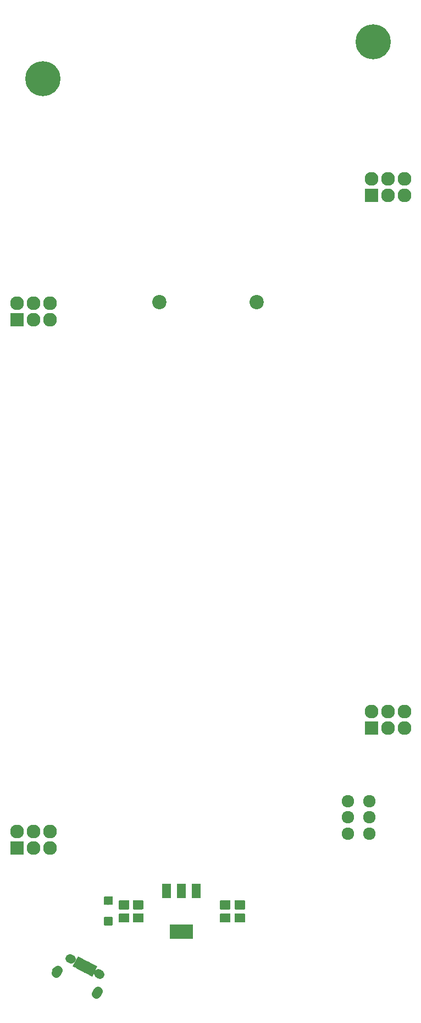
<source format=gbr>
G04 #@! TF.GenerationSoftware,KiCad,Pcbnew,(5.0.0-3-g5ebb6b6)*
G04 #@! TF.CreationDate,2019-05-30T13:54:23-04:00*
G04 #@! TF.ProjectId,HTHBadgeFinal,485448426164676546696E616C2E6B69,rev?*
G04 #@! TF.SameCoordinates,Original*
G04 #@! TF.FileFunction,Soldermask,Bot*
G04 #@! TF.FilePolarity,Negative*
%FSLAX46Y46*%
G04 Gerber Fmt 4.6, Leading zero omitted, Abs format (unit mm)*
G04 Created by KiCad (PCBNEW (5.0.0-3-g5ebb6b6)) date Thursday, May 30, 2019 at 01:54:23 PM*
%MOMM*%
%LPD*%
G01*
G04 APERTURE LIST*
%ADD10C,2.127200*%
%ADD11O,2.127200X2.127200*%
%ADD12R,2.127200X2.127200*%
%ADD13C,0.100000*%
%ADD14C,1.300000*%
%ADD15C,1.400000*%
%ADD16C,1.924000*%
%ADD17C,2.200000*%
%ADD18R,1.360000X2.160000*%
%ADD19R,3.660000X2.160000*%
%ADD20C,0.800000*%
%ADD21C,1.350000*%
%ADD22C,1.350000*%
%ADD23C,1.400000*%
%ADD24C,5.400000*%
G04 APERTURE END LIST*
D10*
G04 #@! TO.C,X3*
X166100000Y-53550000D03*
X166100000Y-56090000D03*
D11*
X163560000Y-53550000D03*
X163560000Y-56090000D03*
X161020000Y-53550000D03*
D12*
X161020000Y-56090000D03*
G04 #@! TD*
D10*
G04 #@! TO.C,X2*
X111500000Y-72650000D03*
X111500000Y-75190000D03*
D11*
X108960000Y-72650000D03*
X108960000Y-75190000D03*
X106420000Y-72650000D03*
D12*
X106420000Y-75190000D03*
G04 #@! TD*
D10*
G04 #@! TO.C,X4*
X166100000Y-135500000D03*
X166100000Y-138040000D03*
D11*
X163560000Y-135500000D03*
X163560000Y-138040000D03*
X161020000Y-135500000D03*
D12*
X161020000Y-138040000D03*
G04 #@! TD*
D10*
G04 #@! TO.C,X1*
X111500000Y-154000000D03*
X111500000Y-156540000D03*
D11*
X108960000Y-154000000D03*
X108960000Y-156540000D03*
X106420000Y-154000000D03*
D12*
X106420000Y-156540000D03*
G04 #@! TD*
D13*
G04 #@! TO.C,D1*
G36*
X121057742Y-163950626D02*
X121070362Y-163952498D01*
X121082737Y-163955598D01*
X121094749Y-163959896D01*
X121106282Y-163965350D01*
X121117224Y-163971909D01*
X121127471Y-163979509D01*
X121136924Y-163988076D01*
X121145491Y-163997529D01*
X121153091Y-164007776D01*
X121159650Y-164018718D01*
X121165104Y-164030251D01*
X121169402Y-164042263D01*
X121172502Y-164054638D01*
X121174374Y-164067258D01*
X121175000Y-164080000D01*
X121175000Y-165120000D01*
X121174374Y-165132742D01*
X121172502Y-165145362D01*
X121169402Y-165157737D01*
X121165104Y-165169749D01*
X121159650Y-165181282D01*
X121153091Y-165192224D01*
X121145491Y-165202471D01*
X121136924Y-165211924D01*
X121127471Y-165220491D01*
X121117224Y-165228091D01*
X121106282Y-165234650D01*
X121094749Y-165240104D01*
X121082737Y-165244402D01*
X121070362Y-165247502D01*
X121057742Y-165249374D01*
X121045000Y-165250000D01*
X119955000Y-165250000D01*
X119942258Y-165249374D01*
X119929638Y-165247502D01*
X119917263Y-165244402D01*
X119905251Y-165240104D01*
X119893718Y-165234650D01*
X119882776Y-165228091D01*
X119872529Y-165220491D01*
X119863076Y-165211924D01*
X119854509Y-165202471D01*
X119846909Y-165192224D01*
X119840350Y-165181282D01*
X119834896Y-165169749D01*
X119830598Y-165157737D01*
X119827498Y-165145362D01*
X119825626Y-165132742D01*
X119825000Y-165120000D01*
X119825000Y-164080000D01*
X119825626Y-164067258D01*
X119827498Y-164054638D01*
X119830598Y-164042263D01*
X119834896Y-164030251D01*
X119840350Y-164018718D01*
X119846909Y-164007776D01*
X119854509Y-163997529D01*
X119863076Y-163988076D01*
X119872529Y-163979509D01*
X119882776Y-163971909D01*
X119893718Y-163965350D01*
X119905251Y-163959896D01*
X119917263Y-163955598D01*
X119929638Y-163952498D01*
X119942258Y-163950626D01*
X119955000Y-163950000D01*
X121045000Y-163950000D01*
X121057742Y-163950626D01*
X121057742Y-163950626D01*
G37*
D14*
X120500000Y-164600000D03*
D13*
G36*
X121057742Y-167100626D02*
X121070362Y-167102498D01*
X121082737Y-167105598D01*
X121094749Y-167109896D01*
X121106282Y-167115350D01*
X121117224Y-167121909D01*
X121127471Y-167129509D01*
X121136924Y-167138076D01*
X121145491Y-167147529D01*
X121153091Y-167157776D01*
X121159650Y-167168718D01*
X121165104Y-167180251D01*
X121169402Y-167192263D01*
X121172502Y-167204638D01*
X121174374Y-167217258D01*
X121175000Y-167230000D01*
X121175000Y-168270000D01*
X121174374Y-168282742D01*
X121172502Y-168295362D01*
X121169402Y-168307737D01*
X121165104Y-168319749D01*
X121159650Y-168331282D01*
X121153091Y-168342224D01*
X121145491Y-168352471D01*
X121136924Y-168361924D01*
X121127471Y-168370491D01*
X121117224Y-168378091D01*
X121106282Y-168384650D01*
X121094749Y-168390104D01*
X121082737Y-168394402D01*
X121070362Y-168397502D01*
X121057742Y-168399374D01*
X121045000Y-168400000D01*
X119955000Y-168400000D01*
X119942258Y-168399374D01*
X119929638Y-168397502D01*
X119917263Y-168394402D01*
X119905251Y-168390104D01*
X119893718Y-168384650D01*
X119882776Y-168378091D01*
X119872529Y-168370491D01*
X119863076Y-168361924D01*
X119854509Y-168352471D01*
X119846909Y-168342224D01*
X119840350Y-168331282D01*
X119834896Y-168319749D01*
X119830598Y-168307737D01*
X119827498Y-168295362D01*
X119825626Y-168282742D01*
X119825000Y-168270000D01*
X119825000Y-167230000D01*
X119825626Y-167217258D01*
X119827498Y-167204638D01*
X119830598Y-167192263D01*
X119834896Y-167180251D01*
X119840350Y-167168718D01*
X119846909Y-167157776D01*
X119854509Y-167147529D01*
X119863076Y-167138076D01*
X119872529Y-167129509D01*
X119882776Y-167121909D01*
X119893718Y-167115350D01*
X119905251Y-167109896D01*
X119917263Y-167105598D01*
X119929638Y-167102498D01*
X119942258Y-167100626D01*
X119955000Y-167100000D01*
X121045000Y-167100000D01*
X121057742Y-167100626D01*
X121057742Y-167100626D01*
G37*
D14*
X120500000Y-167750000D03*
G04 #@! TD*
D13*
G04 #@! TO.C,C4*
G36*
X141423722Y-166550674D02*
X141437313Y-166552690D01*
X141450640Y-166556028D01*
X141463576Y-166560657D01*
X141475996Y-166566531D01*
X141487780Y-166573594D01*
X141498815Y-166581779D01*
X141508995Y-166591005D01*
X141518221Y-166601185D01*
X141526406Y-166612220D01*
X141533469Y-166624004D01*
X141539343Y-166636424D01*
X141543972Y-166649360D01*
X141547310Y-166662687D01*
X141549326Y-166676278D01*
X141550000Y-166690000D01*
X141550000Y-167810000D01*
X141549326Y-167823722D01*
X141547310Y-167837313D01*
X141543972Y-167850640D01*
X141539343Y-167863576D01*
X141533469Y-167875996D01*
X141526406Y-167887780D01*
X141518221Y-167898815D01*
X141508995Y-167908995D01*
X141498815Y-167918221D01*
X141487780Y-167926406D01*
X141475996Y-167933469D01*
X141463576Y-167939343D01*
X141450640Y-167943972D01*
X141437313Y-167947310D01*
X141423722Y-167949326D01*
X141410000Y-167950000D01*
X140090000Y-167950000D01*
X140076278Y-167949326D01*
X140062687Y-167947310D01*
X140049360Y-167943972D01*
X140036424Y-167939343D01*
X140024004Y-167933469D01*
X140012220Y-167926406D01*
X140001185Y-167918221D01*
X139991005Y-167908995D01*
X139981779Y-167898815D01*
X139973594Y-167887780D01*
X139966531Y-167875996D01*
X139960657Y-167863576D01*
X139956028Y-167850640D01*
X139952690Y-167837313D01*
X139950674Y-167823722D01*
X139950000Y-167810000D01*
X139950000Y-166690000D01*
X139950674Y-166676278D01*
X139952690Y-166662687D01*
X139956028Y-166649360D01*
X139960657Y-166636424D01*
X139966531Y-166624004D01*
X139973594Y-166612220D01*
X139981779Y-166601185D01*
X139991005Y-166591005D01*
X140001185Y-166581779D01*
X140012220Y-166573594D01*
X140024004Y-166566531D01*
X140036424Y-166560657D01*
X140049360Y-166556028D01*
X140062687Y-166552690D01*
X140076278Y-166550674D01*
X140090000Y-166550000D01*
X141410000Y-166550000D01*
X141423722Y-166550674D01*
X141423722Y-166550674D01*
G37*
D15*
X140750000Y-167250000D03*
D13*
G36*
X141423722Y-164550674D02*
X141437313Y-164552690D01*
X141450640Y-164556028D01*
X141463576Y-164560657D01*
X141475996Y-164566531D01*
X141487780Y-164573594D01*
X141498815Y-164581779D01*
X141508995Y-164591005D01*
X141518221Y-164601185D01*
X141526406Y-164612220D01*
X141533469Y-164624004D01*
X141539343Y-164636424D01*
X141543972Y-164649360D01*
X141547310Y-164662687D01*
X141549326Y-164676278D01*
X141550000Y-164690000D01*
X141550000Y-165810000D01*
X141549326Y-165823722D01*
X141547310Y-165837313D01*
X141543972Y-165850640D01*
X141539343Y-165863576D01*
X141533469Y-165875996D01*
X141526406Y-165887780D01*
X141518221Y-165898815D01*
X141508995Y-165908995D01*
X141498815Y-165918221D01*
X141487780Y-165926406D01*
X141475996Y-165933469D01*
X141463576Y-165939343D01*
X141450640Y-165943972D01*
X141437313Y-165947310D01*
X141423722Y-165949326D01*
X141410000Y-165950000D01*
X140090000Y-165950000D01*
X140076278Y-165949326D01*
X140062687Y-165947310D01*
X140049360Y-165943972D01*
X140036424Y-165939343D01*
X140024004Y-165933469D01*
X140012220Y-165926406D01*
X140001185Y-165918221D01*
X139991005Y-165908995D01*
X139981779Y-165898815D01*
X139973594Y-165887780D01*
X139966531Y-165875996D01*
X139960657Y-165863576D01*
X139956028Y-165850640D01*
X139952690Y-165837313D01*
X139950674Y-165823722D01*
X139950000Y-165810000D01*
X139950000Y-164690000D01*
X139950674Y-164676278D01*
X139952690Y-164662687D01*
X139956028Y-164649360D01*
X139960657Y-164636424D01*
X139966531Y-164624004D01*
X139973594Y-164612220D01*
X139981779Y-164601185D01*
X139991005Y-164591005D01*
X140001185Y-164581779D01*
X140012220Y-164573594D01*
X140024004Y-164566531D01*
X140036424Y-164560657D01*
X140049360Y-164556028D01*
X140062687Y-164552690D01*
X140076278Y-164550674D01*
X140090000Y-164550000D01*
X141410000Y-164550000D01*
X141423722Y-164550674D01*
X141423722Y-164550674D01*
G37*
D15*
X140750000Y-165250000D03*
G04 #@! TD*
D13*
G04 #@! TO.C,C3*
G36*
X139173722Y-164550674D02*
X139187313Y-164552690D01*
X139200640Y-164556028D01*
X139213576Y-164560657D01*
X139225996Y-164566531D01*
X139237780Y-164573594D01*
X139248815Y-164581779D01*
X139258995Y-164591005D01*
X139268221Y-164601185D01*
X139276406Y-164612220D01*
X139283469Y-164624004D01*
X139289343Y-164636424D01*
X139293972Y-164649360D01*
X139297310Y-164662687D01*
X139299326Y-164676278D01*
X139300000Y-164690000D01*
X139300000Y-165810000D01*
X139299326Y-165823722D01*
X139297310Y-165837313D01*
X139293972Y-165850640D01*
X139289343Y-165863576D01*
X139283469Y-165875996D01*
X139276406Y-165887780D01*
X139268221Y-165898815D01*
X139258995Y-165908995D01*
X139248815Y-165918221D01*
X139237780Y-165926406D01*
X139225996Y-165933469D01*
X139213576Y-165939343D01*
X139200640Y-165943972D01*
X139187313Y-165947310D01*
X139173722Y-165949326D01*
X139160000Y-165950000D01*
X137840000Y-165950000D01*
X137826278Y-165949326D01*
X137812687Y-165947310D01*
X137799360Y-165943972D01*
X137786424Y-165939343D01*
X137774004Y-165933469D01*
X137762220Y-165926406D01*
X137751185Y-165918221D01*
X137741005Y-165908995D01*
X137731779Y-165898815D01*
X137723594Y-165887780D01*
X137716531Y-165875996D01*
X137710657Y-165863576D01*
X137706028Y-165850640D01*
X137702690Y-165837313D01*
X137700674Y-165823722D01*
X137700000Y-165810000D01*
X137700000Y-164690000D01*
X137700674Y-164676278D01*
X137702690Y-164662687D01*
X137706028Y-164649360D01*
X137710657Y-164636424D01*
X137716531Y-164624004D01*
X137723594Y-164612220D01*
X137731779Y-164601185D01*
X137741005Y-164591005D01*
X137751185Y-164581779D01*
X137762220Y-164573594D01*
X137774004Y-164566531D01*
X137786424Y-164560657D01*
X137799360Y-164556028D01*
X137812687Y-164552690D01*
X137826278Y-164550674D01*
X137840000Y-164550000D01*
X139160000Y-164550000D01*
X139173722Y-164550674D01*
X139173722Y-164550674D01*
G37*
D15*
X138500000Y-165250000D03*
D13*
G36*
X139173722Y-166550674D02*
X139187313Y-166552690D01*
X139200640Y-166556028D01*
X139213576Y-166560657D01*
X139225996Y-166566531D01*
X139237780Y-166573594D01*
X139248815Y-166581779D01*
X139258995Y-166591005D01*
X139268221Y-166601185D01*
X139276406Y-166612220D01*
X139283469Y-166624004D01*
X139289343Y-166636424D01*
X139293972Y-166649360D01*
X139297310Y-166662687D01*
X139299326Y-166676278D01*
X139300000Y-166690000D01*
X139300000Y-167810000D01*
X139299326Y-167823722D01*
X139297310Y-167837313D01*
X139293972Y-167850640D01*
X139289343Y-167863576D01*
X139283469Y-167875996D01*
X139276406Y-167887780D01*
X139268221Y-167898815D01*
X139258995Y-167908995D01*
X139248815Y-167918221D01*
X139237780Y-167926406D01*
X139225996Y-167933469D01*
X139213576Y-167939343D01*
X139200640Y-167943972D01*
X139187313Y-167947310D01*
X139173722Y-167949326D01*
X139160000Y-167950000D01*
X137840000Y-167950000D01*
X137826278Y-167949326D01*
X137812687Y-167947310D01*
X137799360Y-167943972D01*
X137786424Y-167939343D01*
X137774004Y-167933469D01*
X137762220Y-167926406D01*
X137751185Y-167918221D01*
X137741005Y-167908995D01*
X137731779Y-167898815D01*
X137723594Y-167887780D01*
X137716531Y-167875996D01*
X137710657Y-167863576D01*
X137706028Y-167850640D01*
X137702690Y-167837313D01*
X137700674Y-167823722D01*
X137700000Y-167810000D01*
X137700000Y-166690000D01*
X137700674Y-166676278D01*
X137702690Y-166662687D01*
X137706028Y-166649360D01*
X137710657Y-166636424D01*
X137716531Y-166624004D01*
X137723594Y-166612220D01*
X137731779Y-166601185D01*
X137741005Y-166591005D01*
X137751185Y-166581779D01*
X137762220Y-166573594D01*
X137774004Y-166566531D01*
X137786424Y-166560657D01*
X137799360Y-166556028D01*
X137812687Y-166552690D01*
X137826278Y-166550674D01*
X137840000Y-166550000D01*
X139160000Y-166550000D01*
X139173722Y-166550674D01*
X139173722Y-166550674D01*
G37*
D15*
X138500000Y-167250000D03*
G04 #@! TD*
D13*
G04 #@! TO.C,C2*
G36*
X125773722Y-166540674D02*
X125787313Y-166542690D01*
X125800640Y-166546028D01*
X125813576Y-166550657D01*
X125825996Y-166556531D01*
X125837780Y-166563594D01*
X125848815Y-166571779D01*
X125858995Y-166581005D01*
X125868221Y-166591185D01*
X125876406Y-166602220D01*
X125883469Y-166614004D01*
X125889343Y-166626424D01*
X125893972Y-166639360D01*
X125897310Y-166652687D01*
X125899326Y-166666278D01*
X125900000Y-166680000D01*
X125900000Y-167800000D01*
X125899326Y-167813722D01*
X125897310Y-167827313D01*
X125893972Y-167840640D01*
X125889343Y-167853576D01*
X125883469Y-167865996D01*
X125876406Y-167877780D01*
X125868221Y-167888815D01*
X125858995Y-167898995D01*
X125848815Y-167908221D01*
X125837780Y-167916406D01*
X125825996Y-167923469D01*
X125813576Y-167929343D01*
X125800640Y-167933972D01*
X125787313Y-167937310D01*
X125773722Y-167939326D01*
X125760000Y-167940000D01*
X124440000Y-167940000D01*
X124426278Y-167939326D01*
X124412687Y-167937310D01*
X124399360Y-167933972D01*
X124386424Y-167929343D01*
X124374004Y-167923469D01*
X124362220Y-167916406D01*
X124351185Y-167908221D01*
X124341005Y-167898995D01*
X124331779Y-167888815D01*
X124323594Y-167877780D01*
X124316531Y-167865996D01*
X124310657Y-167853576D01*
X124306028Y-167840640D01*
X124302690Y-167827313D01*
X124300674Y-167813722D01*
X124300000Y-167800000D01*
X124300000Y-166680000D01*
X124300674Y-166666278D01*
X124302690Y-166652687D01*
X124306028Y-166639360D01*
X124310657Y-166626424D01*
X124316531Y-166614004D01*
X124323594Y-166602220D01*
X124331779Y-166591185D01*
X124341005Y-166581005D01*
X124351185Y-166571779D01*
X124362220Y-166563594D01*
X124374004Y-166556531D01*
X124386424Y-166550657D01*
X124399360Y-166546028D01*
X124412687Y-166542690D01*
X124426278Y-166540674D01*
X124440000Y-166540000D01*
X125760000Y-166540000D01*
X125773722Y-166540674D01*
X125773722Y-166540674D01*
G37*
D15*
X125100000Y-167240000D03*
D13*
G36*
X125773722Y-164540674D02*
X125787313Y-164542690D01*
X125800640Y-164546028D01*
X125813576Y-164550657D01*
X125825996Y-164556531D01*
X125837780Y-164563594D01*
X125848815Y-164571779D01*
X125858995Y-164581005D01*
X125868221Y-164591185D01*
X125876406Y-164602220D01*
X125883469Y-164614004D01*
X125889343Y-164626424D01*
X125893972Y-164639360D01*
X125897310Y-164652687D01*
X125899326Y-164666278D01*
X125900000Y-164680000D01*
X125900000Y-165800000D01*
X125899326Y-165813722D01*
X125897310Y-165827313D01*
X125893972Y-165840640D01*
X125889343Y-165853576D01*
X125883469Y-165865996D01*
X125876406Y-165877780D01*
X125868221Y-165888815D01*
X125858995Y-165898995D01*
X125848815Y-165908221D01*
X125837780Y-165916406D01*
X125825996Y-165923469D01*
X125813576Y-165929343D01*
X125800640Y-165933972D01*
X125787313Y-165937310D01*
X125773722Y-165939326D01*
X125760000Y-165940000D01*
X124440000Y-165940000D01*
X124426278Y-165939326D01*
X124412687Y-165937310D01*
X124399360Y-165933972D01*
X124386424Y-165929343D01*
X124374004Y-165923469D01*
X124362220Y-165916406D01*
X124351185Y-165908221D01*
X124341005Y-165898995D01*
X124331779Y-165888815D01*
X124323594Y-165877780D01*
X124316531Y-165865996D01*
X124310657Y-165853576D01*
X124306028Y-165840640D01*
X124302690Y-165827313D01*
X124300674Y-165813722D01*
X124300000Y-165800000D01*
X124300000Y-164680000D01*
X124300674Y-164666278D01*
X124302690Y-164652687D01*
X124306028Y-164639360D01*
X124310657Y-164626424D01*
X124316531Y-164614004D01*
X124323594Y-164602220D01*
X124331779Y-164591185D01*
X124341005Y-164581005D01*
X124351185Y-164571779D01*
X124362220Y-164563594D01*
X124374004Y-164556531D01*
X124386424Y-164550657D01*
X124399360Y-164546028D01*
X124412687Y-164542690D01*
X124426278Y-164540674D01*
X124440000Y-164540000D01*
X125760000Y-164540000D01*
X125773722Y-164540674D01*
X125773722Y-164540674D01*
G37*
D15*
X125100000Y-165240000D03*
G04 #@! TD*
D13*
G04 #@! TO.C,C1*
G36*
X123593722Y-164550674D02*
X123607313Y-164552690D01*
X123620640Y-164556028D01*
X123633576Y-164560657D01*
X123645996Y-164566531D01*
X123657780Y-164573594D01*
X123668815Y-164581779D01*
X123678995Y-164591005D01*
X123688221Y-164601185D01*
X123696406Y-164612220D01*
X123703469Y-164624004D01*
X123709343Y-164636424D01*
X123713972Y-164649360D01*
X123717310Y-164662687D01*
X123719326Y-164676278D01*
X123720000Y-164690000D01*
X123720000Y-165810000D01*
X123719326Y-165823722D01*
X123717310Y-165837313D01*
X123713972Y-165850640D01*
X123709343Y-165863576D01*
X123703469Y-165875996D01*
X123696406Y-165887780D01*
X123688221Y-165898815D01*
X123678995Y-165908995D01*
X123668815Y-165918221D01*
X123657780Y-165926406D01*
X123645996Y-165933469D01*
X123633576Y-165939343D01*
X123620640Y-165943972D01*
X123607313Y-165947310D01*
X123593722Y-165949326D01*
X123580000Y-165950000D01*
X122260000Y-165950000D01*
X122246278Y-165949326D01*
X122232687Y-165947310D01*
X122219360Y-165943972D01*
X122206424Y-165939343D01*
X122194004Y-165933469D01*
X122182220Y-165926406D01*
X122171185Y-165918221D01*
X122161005Y-165908995D01*
X122151779Y-165898815D01*
X122143594Y-165887780D01*
X122136531Y-165875996D01*
X122130657Y-165863576D01*
X122126028Y-165850640D01*
X122122690Y-165837313D01*
X122120674Y-165823722D01*
X122120000Y-165810000D01*
X122120000Y-164690000D01*
X122120674Y-164676278D01*
X122122690Y-164662687D01*
X122126028Y-164649360D01*
X122130657Y-164636424D01*
X122136531Y-164624004D01*
X122143594Y-164612220D01*
X122151779Y-164601185D01*
X122161005Y-164591005D01*
X122171185Y-164581779D01*
X122182220Y-164573594D01*
X122194004Y-164566531D01*
X122206424Y-164560657D01*
X122219360Y-164556028D01*
X122232687Y-164552690D01*
X122246278Y-164550674D01*
X122260000Y-164550000D01*
X123580000Y-164550000D01*
X123593722Y-164550674D01*
X123593722Y-164550674D01*
G37*
D15*
X122920000Y-165250000D03*
D13*
G36*
X123593722Y-166550674D02*
X123607313Y-166552690D01*
X123620640Y-166556028D01*
X123633576Y-166560657D01*
X123645996Y-166566531D01*
X123657780Y-166573594D01*
X123668815Y-166581779D01*
X123678995Y-166591005D01*
X123688221Y-166601185D01*
X123696406Y-166612220D01*
X123703469Y-166624004D01*
X123709343Y-166636424D01*
X123713972Y-166649360D01*
X123717310Y-166662687D01*
X123719326Y-166676278D01*
X123720000Y-166690000D01*
X123720000Y-167810000D01*
X123719326Y-167823722D01*
X123717310Y-167837313D01*
X123713972Y-167850640D01*
X123709343Y-167863576D01*
X123703469Y-167875996D01*
X123696406Y-167887780D01*
X123688221Y-167898815D01*
X123678995Y-167908995D01*
X123668815Y-167918221D01*
X123657780Y-167926406D01*
X123645996Y-167933469D01*
X123633576Y-167939343D01*
X123620640Y-167943972D01*
X123607313Y-167947310D01*
X123593722Y-167949326D01*
X123580000Y-167950000D01*
X122260000Y-167950000D01*
X122246278Y-167949326D01*
X122232687Y-167947310D01*
X122219360Y-167943972D01*
X122206424Y-167939343D01*
X122194004Y-167933469D01*
X122182220Y-167926406D01*
X122171185Y-167918221D01*
X122161005Y-167908995D01*
X122151779Y-167898815D01*
X122143594Y-167887780D01*
X122136531Y-167875996D01*
X122130657Y-167863576D01*
X122126028Y-167850640D01*
X122122690Y-167837313D01*
X122120674Y-167823722D01*
X122120000Y-167810000D01*
X122120000Y-166690000D01*
X122120674Y-166676278D01*
X122122690Y-166662687D01*
X122126028Y-166649360D01*
X122130657Y-166636424D01*
X122136531Y-166624004D01*
X122143594Y-166612220D01*
X122151779Y-166601185D01*
X122161005Y-166591005D01*
X122171185Y-166581779D01*
X122182220Y-166573594D01*
X122194004Y-166566531D01*
X122206424Y-166560657D01*
X122219360Y-166556028D01*
X122232687Y-166552690D01*
X122246278Y-166550674D01*
X122260000Y-166550000D01*
X123580000Y-166550000D01*
X123593722Y-166550674D01*
X123593722Y-166550674D01*
G37*
D15*
X122920000Y-167250000D03*
G04 #@! TD*
D16*
G04 #@! TO.C,SW1*
X160700000Y-149300000D03*
X160700000Y-151800000D03*
X160700000Y-154300000D03*
X157400000Y-149300000D03*
X157400000Y-151800000D03*
X157400000Y-154300000D03*
G04 #@! TD*
D17*
G04 #@! TO.C,B1*
X143360000Y-72510000D03*
X128370000Y-72510000D03*
G04 #@! TD*
D18*
G04 #@! TO.C,U1*
X129450000Y-163125000D03*
X131750000Y-163125000D03*
X134050000Y-163125000D03*
D19*
X131750000Y-169375000D03*
G04 #@! TD*
D20*
G04 #@! TO.C,J1*
X116910000Y-174720000D03*
D13*
G36*
X117668834Y-174128565D02*
X116860774Y-175680834D01*
X116151166Y-175311435D01*
X116959226Y-173759166D01*
X117668834Y-174128565D01*
X117668834Y-174128565D01*
G37*
D20*
X116333443Y-174419863D03*
D13*
G36*
X117092277Y-173828428D02*
X116284217Y-175380697D01*
X115574609Y-175011298D01*
X116382669Y-173459029D01*
X117092277Y-173828428D01*
X117092277Y-173828428D01*
G37*
D20*
X115756886Y-174119727D03*
D13*
G36*
X116515720Y-173528292D02*
X115707660Y-175080561D01*
X114998052Y-174711162D01*
X115806112Y-173158893D01*
X116515720Y-173528292D01*
X116515720Y-173528292D01*
G37*
D20*
X117486557Y-175020137D03*
D13*
G36*
X118245391Y-174428702D02*
X117437331Y-175980971D01*
X116727723Y-175611572D01*
X117535783Y-174059303D01*
X118245391Y-174428702D01*
X118245391Y-174428702D01*
G37*
D20*
X118063114Y-175320273D03*
D13*
G36*
X118821948Y-174728838D02*
X118013888Y-176281107D01*
X117304280Y-175911708D01*
X118112340Y-174359439D01*
X118821948Y-174728838D01*
X118821948Y-174728838D01*
G37*
D21*
X114692473Y-173565628D03*
D22*
X114825525Y-173634890D02*
X114559421Y-173496366D01*
D21*
X119127527Y-175874372D03*
D22*
X119260579Y-175943634D02*
X118994475Y-175805110D01*
D15*
X118767817Y-178731049D03*
D23*
X118640836Y-178974977D02*
X118894798Y-178487121D01*
D15*
X112558741Y-175498809D03*
D23*
X112431760Y-175742737D02*
X112685722Y-175254881D01*
G04 #@! TD*
D24*
G04 #@! TO.C,REF\002A\002A*
X110380000Y-38120000D03*
G04 #@! TD*
G04 #@! TO.C,REF\002A\002A*
X161320000Y-32470000D03*
G04 #@! TD*
M02*

</source>
